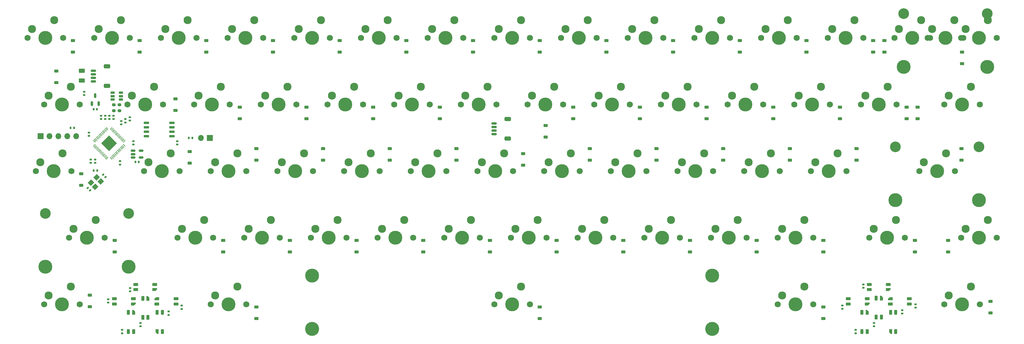
<source format=gbr>
%TF.GenerationSoftware,KiCad,Pcbnew,(7.0.0-0)*%
%TF.CreationDate,2023-06-08T00:14:41-07:00*%
%TF.ProjectId,popstar_plateless_with_flex_cuts,706f7073-7461-4725-9f70-6c6174656c65,rev?*%
%TF.SameCoordinates,Original*%
%TF.FileFunction,Soldermask,Bot*%
%TF.FilePolarity,Negative*%
%FSLAX46Y46*%
G04 Gerber Fmt 4.6, Leading zero omitted, Abs format (unit mm)*
G04 Created by KiCad (PCBNEW (7.0.0-0)) date 2023-06-08 00:14:41*
%MOMM*%
%LPD*%
G01*
G04 APERTURE LIST*
G04 Aperture macros list*
%AMRoundRect*
0 Rectangle with rounded corners*
0 $1 Rounding radius*
0 $2 $3 $4 $5 $6 $7 $8 $9 X,Y pos of 4 corners*
0 Add a 4 corners polygon primitive as box body*
4,1,4,$2,$3,$4,$5,$6,$7,$8,$9,$2,$3,0*
0 Add four circle primitives for the rounded corners*
1,1,$1+$1,$2,$3*
1,1,$1+$1,$4,$5*
1,1,$1+$1,$6,$7*
1,1,$1+$1,$8,$9*
0 Add four rect primitives between the rounded corners*
20,1,$1+$1,$2,$3,$4,$5,0*
20,1,$1+$1,$4,$5,$6,$7,0*
20,1,$1+$1,$6,$7,$8,$9,0*
20,1,$1+$1,$8,$9,$2,$3,0*%
%AMRotRect*
0 Rectangle, with rotation*
0 The origin of the aperture is its center*
0 $1 length*
0 $2 width*
0 $3 Rotation angle, in degrees counterclockwise*
0 Add horizontal line*
21,1,$1,$2,0,0,$3*%
%AMFreePoly0*
4,1,18,-0.410000,0.593000,-0.403758,0.624380,-0.385983,0.650983,-0.359380,0.668758,-0.328000,0.675000,0.328000,0.675000,0.359380,0.668758,0.385983,0.650983,0.403758,0.624380,0.410000,0.593000,0.410000,-0.593000,0.403758,-0.624380,0.385983,-0.650983,0.359380,-0.668758,0.328000,-0.675000,0.000000,-0.675000,-0.410000,-0.265000,-0.410000,0.593000,-0.410000,0.593000,$1*%
G04 Aperture macros list end*
%ADD10C,1.750000*%
%ADD11C,3.987800*%
%ADD12C,2.300000*%
%ADD13C,3.048000*%
%ADD14C,4.000000*%
%ADD15RoundRect,0.140000X0.170000X-0.140000X0.170000X0.140000X-0.170000X0.140000X-0.170000X-0.140000X0*%
%ADD16RoundRect,0.140000X0.219203X0.021213X0.021213X0.219203X-0.219203X-0.021213X-0.021213X-0.219203X0*%
%ADD17R,1.700000X1.700000*%
%ADD18O,1.700000X1.700000*%
%ADD19RoundRect,0.225000X0.375000X-0.225000X0.375000X0.225000X-0.375000X0.225000X-0.375000X-0.225000X0*%
%ADD20RoundRect,0.150000X-0.650000X-0.150000X0.650000X-0.150000X0.650000X0.150000X-0.650000X0.150000X0*%
%ADD21RoundRect,0.200000X-0.275000X0.200000X-0.275000X-0.200000X0.275000X-0.200000X0.275000X0.200000X0*%
%ADD22RoundRect,0.150000X-0.625000X0.150000X-0.625000X-0.150000X0.625000X-0.150000X0.625000X0.150000X0*%
%ADD23RoundRect,0.250000X-0.650000X0.350000X-0.650000X-0.350000X0.650000X-0.350000X0.650000X0.350000X0*%
%ADD24RoundRect,0.140000X-0.170000X0.140000X-0.170000X-0.140000X0.170000X-0.140000X0.170000X0.140000X0*%
%ADD25RoundRect,0.050000X0.309359X-0.238649X-0.238649X0.309359X-0.309359X0.238649X0.238649X-0.309359X0*%
%ADD26RoundRect,0.050000X0.309359X0.238649X0.238649X0.309359X-0.309359X-0.238649X-0.238649X-0.309359X0*%
%ADD27RoundRect,0.144000X2.059095X0.000000X0.000000X2.059095X-2.059095X0.000000X0.000000X-2.059095X0*%
%ADD28RoundRect,0.150000X0.150000X-0.512500X0.150000X0.512500X-0.150000X0.512500X-0.150000X-0.512500X0*%
%ADD29RoundRect,0.082000X0.593000X-0.328000X0.593000X0.328000X-0.593000X0.328000X-0.593000X-0.328000X0*%
%ADD30FreePoly0,90.000000*%
%ADD31RoundRect,0.250000X-0.625000X0.375000X-0.625000X-0.375000X0.625000X-0.375000X0.625000X0.375000X0*%
%ADD32RoundRect,0.135000X-0.135000X-0.185000X0.135000X-0.185000X0.135000X0.185000X-0.135000X0.185000X0*%
%ADD33RoundRect,0.082000X-0.328000X-0.593000X0.328000X-0.593000X0.328000X0.593000X-0.328000X0.593000X0*%
%ADD34FreePoly0,0.000000*%
%ADD35RoundRect,0.082000X-0.593000X0.328000X-0.593000X-0.328000X0.593000X-0.328000X0.593000X0.328000X0*%
%ADD36FreePoly0,270.000000*%
%ADD37RoundRect,0.140000X-0.140000X-0.170000X0.140000X-0.170000X0.140000X0.170000X-0.140000X0.170000X0*%
%ADD38RoundRect,0.082000X0.328000X0.593000X-0.328000X0.593000X-0.328000X-0.593000X0.328000X-0.593000X0*%
%ADD39FreePoly0,180.000000*%
%ADD40RotRect,1.400000X1.200000X45.000000*%
%ADD41RoundRect,0.140000X0.140000X0.170000X-0.140000X0.170000X-0.140000X-0.170000X0.140000X-0.170000X0*%
%ADD42RoundRect,0.140000X-0.219203X-0.021213X-0.021213X-0.219203X0.219203X0.021213X0.021213X0.219203X0*%
%ADD43RoundRect,0.135000X0.135000X0.185000X-0.135000X0.185000X-0.135000X-0.185000X0.135000X-0.185000X0*%
%ADD44RoundRect,0.150000X0.475000X0.150000X-0.475000X0.150000X-0.475000X-0.150000X0.475000X-0.150000X0*%
%ADD45RoundRect,0.150000X-0.512500X-0.150000X0.512500X-0.150000X0.512500X0.150000X-0.512500X0.150000X0*%
G04 APERTURE END LIST*
D10*
%TO.C,SW15*%
X293370000Y-41275000D03*
D11*
X298450000Y-41275000D03*
D10*
X303530000Y-41275000D03*
D12*
X294640000Y-38735000D03*
X300990000Y-36195000D03*
%TD*%
D10*
%TO.C,SW22*%
X140970000Y-60325000D03*
D11*
X146050000Y-60325000D03*
D10*
X151130000Y-60325000D03*
D12*
X142240000Y-57785000D03*
X148590000Y-55245000D03*
%TD*%
D13*
%TO.C,S1*%
X286543750Y-34290000D03*
D11*
X286543750Y-49530000D03*
D13*
X310356250Y-34290000D03*
D11*
X310356250Y-49530000D03*
%TD*%
D10*
%TO.C,SW55*%
X302895000Y-98425000D03*
D11*
X307975000Y-98425000D03*
D10*
X313055000Y-98425000D03*
D12*
X304165000Y-95885000D03*
X310515000Y-93345000D03*
%TD*%
D10*
%TO.C,SW29*%
X274320000Y-60325000D03*
D11*
X279400000Y-60325000D03*
D10*
X284480000Y-60325000D03*
D12*
X275590000Y-57785000D03*
X281940000Y-55245000D03*
%TD*%
D10*
%TO.C,SW33*%
X107632500Y-79375000D03*
D11*
X112712500Y-79375000D03*
D10*
X117792500Y-79375000D03*
D12*
X108902500Y-76835000D03*
X115252500Y-74295000D03*
%TD*%
D10*
%TO.C,SW25*%
X198120000Y-60325000D03*
D11*
X203200000Y-60325000D03*
D10*
X208280000Y-60325000D03*
D12*
X199390000Y-57785000D03*
X205740000Y-55245000D03*
%TD*%
D10*
%TO.C,SW53*%
X250507500Y-98425000D03*
D11*
X255587500Y-98425000D03*
D10*
X260667500Y-98425000D03*
D12*
X251777500Y-95885000D03*
X258127500Y-93345000D03*
%TD*%
D10*
%TO.C,SW17*%
X40957500Y-60325000D03*
D11*
X46037500Y-60325000D03*
D10*
X51117500Y-60325000D03*
D12*
X42227500Y-57785000D03*
X48577500Y-55245000D03*
%TD*%
D10*
%TO.C,SW41*%
X260032500Y-79375000D03*
D11*
X265112500Y-79375000D03*
D10*
X270192500Y-79375000D03*
D12*
X261302500Y-76835000D03*
X267652500Y-74295000D03*
%TD*%
D13*
%TO.C,S2*%
X284162500Y-72390000D03*
D11*
X284162500Y-87630000D03*
D13*
X307975000Y-72390000D03*
D11*
X307975000Y-87630000D03*
%TD*%
D10*
%TO.C,SW36*%
X164782500Y-79375000D03*
D11*
X169862500Y-79375000D03*
D10*
X174942500Y-79375000D03*
D12*
X166052500Y-76835000D03*
X172402500Y-74295000D03*
%TD*%
D10*
%TO.C,SW47*%
X136207500Y-98425000D03*
D11*
X141287500Y-98425000D03*
D10*
X146367500Y-98425000D03*
D12*
X137477500Y-95885000D03*
X143827500Y-93345000D03*
%TD*%
D10*
%TO.C,SW11*%
X207645000Y-41275000D03*
D11*
X212725000Y-41275000D03*
D10*
X217805000Y-41275000D03*
D12*
X208915000Y-38735000D03*
X215265000Y-36195000D03*
%TD*%
D10*
%TO.C,SW45*%
X98107500Y-98425000D03*
D11*
X103187500Y-98425000D03*
D10*
X108267500Y-98425000D03*
D12*
X99377500Y-95885000D03*
X105727500Y-93345000D03*
%TD*%
D10*
%TO.C,SW57*%
X88582500Y-117475000D03*
D11*
X93662500Y-117475000D03*
D10*
X98742500Y-117475000D03*
D12*
X89852500Y-114935000D03*
X96202500Y-112395000D03*
%TD*%
D10*
%TO.C,SW56*%
X40957500Y-117475000D03*
D11*
X46037500Y-117475000D03*
D10*
X51117500Y-117475000D03*
D12*
X42227500Y-114935000D03*
X48577500Y-112395000D03*
%TD*%
D10*
%TO.C,SW24*%
X179070000Y-60325000D03*
D11*
X184150000Y-60325000D03*
D10*
X189230000Y-60325000D03*
D12*
X180340000Y-57785000D03*
X186690000Y-55245000D03*
%TD*%
D10*
%TO.C,SW59*%
X250507500Y-117475000D03*
D11*
X255587500Y-117475000D03*
D10*
X260667500Y-117475000D03*
D12*
X251777500Y-114935000D03*
X258127500Y-112395000D03*
%TD*%
D10*
%TO.C,SW7*%
X131445000Y-41275000D03*
D11*
X136525000Y-41275000D03*
D10*
X141605000Y-41275000D03*
D12*
X132715000Y-38735000D03*
X139065000Y-36195000D03*
%TD*%
D10*
%TO.C,SW20*%
X102870000Y-60325000D03*
D11*
X107950000Y-60325000D03*
D10*
X113030000Y-60325000D03*
D12*
X104140000Y-57785000D03*
X110490000Y-55245000D03*
%TD*%
D10*
%TO.C,SW2*%
X36195000Y-41275000D03*
D11*
X41275000Y-41275000D03*
D10*
X46355000Y-41275000D03*
D12*
X37465000Y-38735000D03*
X43815000Y-36195000D03*
%TD*%
D10*
%TO.C,SW31*%
X69532500Y-79375000D03*
D11*
X74612500Y-79375000D03*
D10*
X79692500Y-79375000D03*
D12*
X70802500Y-76835000D03*
X77152500Y-74295000D03*
%TD*%
D10*
%TO.C,SW27*%
X236220000Y-60325000D03*
D11*
X241300000Y-60325000D03*
D10*
X246380000Y-60325000D03*
D12*
X237490000Y-57785000D03*
X243840000Y-55245000D03*
%TD*%
D10*
%TO.C,SW32*%
X88582500Y-79375000D03*
D11*
X93662500Y-79375000D03*
D10*
X98742500Y-79375000D03*
D12*
X89852500Y-76835000D03*
X96202500Y-74295000D03*
%TD*%
D10*
%TO.C,SW34*%
X126682500Y-79375000D03*
D11*
X131762500Y-79375000D03*
D10*
X136842500Y-79375000D03*
D12*
X127952500Y-76835000D03*
X134302500Y-74295000D03*
%TD*%
D10*
%TO.C,SW37*%
X183832500Y-79375000D03*
D11*
X188912500Y-79375000D03*
D10*
X193992500Y-79375000D03*
D12*
X185102500Y-76835000D03*
X191452500Y-74295000D03*
%TD*%
D10*
%TO.C,SW10*%
X188595000Y-41275000D03*
D11*
X193675000Y-41275000D03*
D10*
X198755000Y-41275000D03*
D12*
X189865000Y-38735000D03*
X196215000Y-36195000D03*
%TD*%
D10*
%TO.C,SW21*%
X121920000Y-60325000D03*
D11*
X127000000Y-60325000D03*
D10*
X132080000Y-60325000D03*
D12*
X123190000Y-57785000D03*
X129540000Y-55245000D03*
%TD*%
D10*
%TO.C,SW3*%
X55245000Y-41275000D03*
D11*
X60325000Y-41275000D03*
D10*
X65405000Y-41275000D03*
D12*
X56515000Y-38735000D03*
X62865000Y-36195000D03*
%TD*%
D10*
%TO.C,SW38*%
X202882500Y-79375000D03*
D11*
X207962500Y-79375000D03*
D10*
X213042500Y-79375000D03*
D12*
X204152500Y-76835000D03*
X210502500Y-74295000D03*
%TD*%
D10*
%TO.C,SW50*%
X193357500Y-98425000D03*
D11*
X198437500Y-98425000D03*
D10*
X203517500Y-98425000D03*
D12*
X194627500Y-95885000D03*
X200977500Y-93345000D03*
%TD*%
D10*
%TO.C,SW52*%
X231457500Y-98425000D03*
D11*
X236537500Y-98425000D03*
D10*
X241617500Y-98425000D03*
D12*
X232727500Y-95885000D03*
X239077500Y-93345000D03*
%TD*%
D10*
%TO.C,SW13*%
X245745000Y-41275000D03*
D11*
X250825000Y-41275000D03*
D10*
X255905000Y-41275000D03*
D12*
X247015000Y-38735000D03*
X253365000Y-36195000D03*
%TD*%
D10*
%TO.C,SW35*%
X145732500Y-79375000D03*
D11*
X150812500Y-79375000D03*
D10*
X155892500Y-79375000D03*
D12*
X147002500Y-76835000D03*
X153352500Y-74295000D03*
%TD*%
D10*
%TO.C,SW39*%
X221932500Y-79375000D03*
D11*
X227012500Y-79375000D03*
D10*
X232092500Y-79375000D03*
D12*
X223202500Y-76835000D03*
X229552500Y-74295000D03*
%TD*%
D10*
%TO.C,SW23*%
X160020000Y-60325000D03*
D11*
X165100000Y-60325000D03*
D10*
X170180000Y-60325000D03*
D12*
X161290000Y-57785000D03*
X167640000Y-55245000D03*
%TD*%
D10*
%TO.C,SW51*%
X212407500Y-98425000D03*
D11*
X217487500Y-98425000D03*
D10*
X222567500Y-98425000D03*
D12*
X213677500Y-95885000D03*
X220027500Y-93345000D03*
%TD*%
D10*
%TO.C,SW43*%
X48101250Y-98425000D03*
D11*
X53181250Y-98425000D03*
D10*
X58261250Y-98425000D03*
D12*
X49371250Y-95885000D03*
X55721250Y-93345000D03*
%TD*%
D10*
%TO.C,SW61*%
X302895000Y-41275000D03*
D11*
X307975000Y-41275000D03*
D10*
X313055000Y-41275000D03*
D12*
X304165000Y-38735000D03*
X310515000Y-36195000D03*
%TD*%
D10*
%TO.C,SW44*%
X79057500Y-98425000D03*
D11*
X84137500Y-98425000D03*
D10*
X89217500Y-98425000D03*
D12*
X80327500Y-95885000D03*
X86677500Y-93345000D03*
%TD*%
D10*
%TO.C,SW58*%
X169545000Y-117475000D03*
D11*
X174625000Y-117475000D03*
D10*
X179705000Y-117475000D03*
D12*
X170815000Y-114935000D03*
X177165000Y-112395000D03*
%TD*%
D14*
%TO.C,S3*%
X231775000Y-124460000D03*
D11*
X231775000Y-109220000D03*
D14*
X117475000Y-124460000D03*
D11*
X117475000Y-109220000D03*
%TD*%
D10*
%TO.C,SW18*%
X64770000Y-60325000D03*
D11*
X69850000Y-60325000D03*
D10*
X74930000Y-60325000D03*
D12*
X66040000Y-57785000D03*
X72390000Y-55245000D03*
%TD*%
D10*
%TO.C,SW5*%
X93345000Y-41275000D03*
D11*
X98425000Y-41275000D03*
D10*
X103505000Y-41275000D03*
D12*
X94615000Y-38735000D03*
X100965000Y-36195000D03*
%TD*%
D10*
%TO.C,SW6*%
X112395000Y-41275000D03*
D11*
X117475000Y-41275000D03*
D10*
X122555000Y-41275000D03*
D12*
X113665000Y-38735000D03*
X120015000Y-36195000D03*
%TD*%
D10*
%TO.C,SW28*%
X255270000Y-60325000D03*
D11*
X260350000Y-60325000D03*
D10*
X265430000Y-60325000D03*
D12*
X256540000Y-57785000D03*
X262890000Y-55245000D03*
%TD*%
D10*
%TO.C,SW48*%
X155257500Y-98425000D03*
D11*
X160337500Y-98425000D03*
D10*
X165417500Y-98425000D03*
D12*
X156527500Y-95885000D03*
X162877500Y-93345000D03*
%TD*%
D10*
%TO.C,SW60*%
X298132500Y-117475000D03*
D11*
X303212500Y-117475000D03*
D10*
X308292500Y-117475000D03*
D12*
X299402500Y-114935000D03*
X305752500Y-112395000D03*
%TD*%
D10*
%TO.C,SW49*%
X174307500Y-98425000D03*
D11*
X179387500Y-98425000D03*
D10*
X184467500Y-98425000D03*
D12*
X175577500Y-95885000D03*
X181927500Y-93345000D03*
%TD*%
D10*
%TO.C,SW30*%
X38576250Y-79375000D03*
D11*
X43656250Y-79375000D03*
D10*
X48736250Y-79375000D03*
D12*
X39846250Y-76835000D03*
X46196250Y-74295000D03*
%TD*%
D10*
%TO.C,SW26*%
X217170000Y-60325000D03*
D11*
X222250000Y-60325000D03*
D10*
X227330000Y-60325000D03*
D12*
X218440000Y-57785000D03*
X224790000Y-55245000D03*
%TD*%
D10*
%TO.C,SW62*%
X298132500Y-60325000D03*
D11*
X303212500Y-60325000D03*
D10*
X308292500Y-60325000D03*
D12*
X299402500Y-57785000D03*
X305752500Y-55245000D03*
%TD*%
D10*
%TO.C,SW16*%
X283845000Y-41275000D03*
D11*
X288925000Y-41275000D03*
D10*
X294005000Y-41275000D03*
D12*
X285115000Y-38735000D03*
X291465000Y-36195000D03*
%TD*%
D10*
%TO.C,SW14*%
X264795000Y-41275000D03*
D11*
X269875000Y-41275000D03*
D10*
X274955000Y-41275000D03*
D12*
X266065000Y-38735000D03*
X272415000Y-36195000D03*
%TD*%
D10*
%TO.C,SW46*%
X117157500Y-98425000D03*
D11*
X122237500Y-98425000D03*
D10*
X127317500Y-98425000D03*
D12*
X118427500Y-95885000D03*
X124777500Y-93345000D03*
%TD*%
D10*
%TO.C,SW40*%
X240982500Y-79375000D03*
D11*
X246062500Y-79375000D03*
D10*
X251142500Y-79375000D03*
D12*
X242252500Y-76835000D03*
X248602500Y-74295000D03*
%TD*%
D13*
%TO.C,S4*%
X41275000Y-91440000D03*
D11*
X41275000Y-106680000D03*
D13*
X65087500Y-91440000D03*
D11*
X65087500Y-106680000D03*
%TD*%
D10*
%TO.C,SW12*%
X226695000Y-41275000D03*
D11*
X231775000Y-41275000D03*
D10*
X236855000Y-41275000D03*
D12*
X227965000Y-38735000D03*
X234315000Y-36195000D03*
%TD*%
D10*
%TO.C,SW9*%
X169545000Y-41275000D03*
D11*
X174625000Y-41275000D03*
D10*
X179705000Y-41275000D03*
D12*
X170815000Y-38735000D03*
X177165000Y-36195000D03*
%TD*%
D10*
%TO.C,SW19*%
X83820000Y-60325000D03*
D11*
X88900000Y-60325000D03*
D10*
X93980000Y-60325000D03*
D12*
X85090000Y-57785000D03*
X91440000Y-55245000D03*
%TD*%
D10*
%TO.C,SW42*%
X290988750Y-79375000D03*
D11*
X296068750Y-79375000D03*
D10*
X301148750Y-79375000D03*
D12*
X292258750Y-76835000D03*
X298608750Y-74295000D03*
%TD*%
D10*
%TO.C,SW4*%
X74295000Y-41275000D03*
D11*
X79375000Y-41275000D03*
D10*
X84455000Y-41275000D03*
D12*
X75565000Y-38735000D03*
X81915000Y-36195000D03*
%TD*%
D10*
%TO.C,SW8*%
X150495000Y-41275000D03*
D11*
X155575000Y-41275000D03*
D10*
X160655000Y-41275000D03*
D12*
X151765000Y-38735000D03*
X158115000Y-36195000D03*
%TD*%
D10*
%TO.C,SW54*%
X276701250Y-98425000D03*
D11*
X281781250Y-98425000D03*
D10*
X286861250Y-98425000D03*
D12*
X277971250Y-95885000D03*
X284321250Y-93345000D03*
%TD*%
D15*
%TO.C,C4*%
X57200000Y-64480000D03*
X57200000Y-63520000D03*
%TD*%
D16*
%TO.C,C14*%
X54057411Y-84871411D03*
X53378589Y-84192589D03*
%TD*%
D17*
%TO.C,J2*%
X39919999Y-69341999D03*
D18*
X42459999Y-69341999D03*
X44999999Y-69341999D03*
X47539999Y-69341999D03*
X50079999Y-69341999D03*
%TD*%
D19*
%TO.C,D60*%
X206375000Y-102456250D03*
X206375000Y-99156250D03*
%TD*%
%TO.C,D53*%
X61118750Y-102456250D03*
X61118750Y-99156250D03*
%TD*%
D20*
%TO.C,U4*%
X70218750Y-69373750D03*
X70218750Y-68103750D03*
X70218750Y-66833750D03*
X70218750Y-65563750D03*
X77418750Y-65563750D03*
X77418750Y-66833750D03*
X77418750Y-68103750D03*
X77418750Y-69373750D03*
%TD*%
D19*
%TO.C,D28*%
X78500000Y-61975000D03*
X78500000Y-58675000D03*
%TD*%
%TO.C,D34*%
X192087500Y-64356250D03*
X192087500Y-61056250D03*
%TD*%
%TO.C,D19*%
X163512500Y-45306250D03*
X163512500Y-42006250D03*
%TD*%
%TO.C,D26*%
X280987500Y-45306250D03*
X280987500Y-42006250D03*
%TD*%
%TO.C,D18*%
X144462500Y-45306250D03*
X144462500Y-42006250D03*
%TD*%
D21*
%TO.C,R2*%
X62484000Y-60425000D03*
X62484000Y-62075000D03*
%TD*%
D22*
%TO.C,J2*%
X169500000Y-65750000D03*
X169500000Y-66750000D03*
X169500000Y-67750000D03*
X169500000Y-68750000D03*
D23*
X173375000Y-64450000D03*
X173375000Y-70050000D03*
%TD*%
D19*
%TO.C,D22*%
X220662500Y-45306250D03*
X220662500Y-42006250D03*
%TD*%
D24*
%TO.C,C23*%
X80250000Y-117820000D03*
X80250000Y-118780000D03*
%TD*%
D19*
%TO.C,D72*%
X290512500Y-64356250D03*
X290512500Y-61056250D03*
%TD*%
%TO.C,D51*%
X273050000Y-76262500D03*
X273050000Y-72962500D03*
%TD*%
%TO.C,D31*%
X134937500Y-64356250D03*
X134937500Y-61056250D03*
%TD*%
%TO.C,D27*%
X44450000Y-54037500D03*
X44450000Y-50737500D03*
%TD*%
%TO.C,D54*%
X92075000Y-102456250D03*
X92075000Y-99156250D03*
%TD*%
D24*
%TO.C,C5*%
X66421000Y-70767000D03*
X66421000Y-71727000D03*
%TD*%
D19*
%TO.C,D67*%
X101600000Y-121506250D03*
X101600000Y-118206250D03*
%TD*%
%TO.C,D40*%
X51593750Y-83406250D03*
X51593750Y-80106250D03*
%TD*%
%TO.C,D46*%
X177800000Y-77650000D03*
X177800000Y-74350000D03*
%TD*%
%TO.C,D42*%
X101600000Y-76262500D03*
X101600000Y-72962500D03*
%TD*%
%TO.C,D17*%
X125412500Y-45306250D03*
X125412500Y-42006250D03*
%TD*%
%TO.C,D41*%
X82550000Y-77056250D03*
X82550000Y-73756250D03*
%TD*%
%TO.C,D69*%
X263525000Y-121506250D03*
X263525000Y-118206250D03*
%TD*%
D25*
%TO.C,U6*%
X63800407Y-72029702D03*
X63517564Y-72312545D03*
X63234722Y-72595387D03*
X62951879Y-72878230D03*
X62669036Y-73161073D03*
X62386194Y-73443915D03*
X62103351Y-73726758D03*
X61820508Y-74009601D03*
X61537665Y-74292444D03*
X61254823Y-74575286D03*
X60971980Y-74858129D03*
X60689137Y-75140972D03*
X60406295Y-75423814D03*
X60123452Y-75706657D03*
D26*
X58939048Y-75706657D03*
X58656205Y-75423814D03*
X58373363Y-75140972D03*
X58090520Y-74858129D03*
X57807677Y-74575286D03*
X57524835Y-74292444D03*
X57241992Y-74009601D03*
X56959149Y-73726758D03*
X56676306Y-73443915D03*
X56393464Y-73161073D03*
X56110621Y-72878230D03*
X55827778Y-72595387D03*
X55544936Y-72312545D03*
X55262093Y-72029702D03*
D25*
X55262093Y-70845298D03*
X55544936Y-70562455D03*
X55827778Y-70279613D03*
X56110621Y-69996770D03*
X56393464Y-69713927D03*
X56676306Y-69431085D03*
X56959149Y-69148242D03*
X57241992Y-68865399D03*
X57524835Y-68582556D03*
X57807677Y-68299714D03*
X58090520Y-68016871D03*
X58373363Y-67734028D03*
X58656205Y-67451186D03*
X58939048Y-67168343D03*
D26*
X60123452Y-67168343D03*
X60406295Y-67451186D03*
X60689137Y-67734028D03*
X60971980Y-68016871D03*
X61254823Y-68299714D03*
X61537665Y-68582556D03*
X61820508Y-68865399D03*
X62103351Y-69148242D03*
X62386194Y-69431085D03*
X62669036Y-69713927D03*
X62951879Y-69996770D03*
X63234722Y-70279613D03*
X63517564Y-70562455D03*
X63800407Y-70845298D03*
D27*
X59531250Y-71437500D03*
%TD*%
D19*
%TO.C,D37*%
X249237500Y-64356250D03*
X249237500Y-61056250D03*
%TD*%
%TO.C,D15*%
X87312500Y-45306250D03*
X87312500Y-42006250D03*
%TD*%
D15*
%TO.C,C10*%
X59600000Y-64480000D03*
X59600000Y-63520000D03*
%TD*%
D19*
%TO.C,D35*%
X211137500Y-64356250D03*
X211137500Y-61056250D03*
%TD*%
D28*
%TO.C,U2*%
X56512500Y-60065500D03*
X54612500Y-60065500D03*
X55562500Y-57790500D03*
%TD*%
D19*
%TO.C,D44*%
X139700000Y-76262500D03*
X139700000Y-72962500D03*
%TD*%
D24*
%TO.C,C25*%
X269000000Y-117770000D03*
X269000000Y-118730000D03*
%TD*%
D15*
%TO.C,C11*%
X62992000Y-66012000D03*
X62992000Y-65052000D03*
%TD*%
D19*
%TO.C,D56*%
X130175000Y-102456250D03*
X130175000Y-99156250D03*
%TD*%
D29*
%TO.C,D12*%
X276675000Y-111750000D03*
X276675000Y-113250000D03*
X282125000Y-111750000D03*
D30*
X282124999Y-113249999D03*
%TD*%
D29*
%TO.C,D1*%
X67125000Y-111750000D03*
X67125000Y-113250000D03*
X72575000Y-111750000D03*
D30*
X72574999Y-113249999D03*
%TD*%
D19*
%TO.C,D30*%
X115887500Y-64356250D03*
X115887500Y-61056250D03*
%TD*%
%TO.C,D49*%
X234950000Y-76262500D03*
X234950000Y-72962500D03*
%TD*%
D29*
%TO.C,D2*%
X61025000Y-115850000D03*
X61025000Y-117350000D03*
X66475000Y-115850000D03*
D30*
X66474999Y-117349999D03*
%TD*%
D19*
%TO.C,D43*%
X120650000Y-76262500D03*
X120650000Y-72962500D03*
%TD*%
%TO.C,D58*%
X168275000Y-102456250D03*
X168275000Y-99156250D03*
%TD*%
D24*
%TO.C,C24*%
X68500000Y-122770000D03*
X68500000Y-123730000D03*
%TD*%
D15*
%TO.C,C6*%
X58400000Y-64480000D03*
X58400000Y-63520000D03*
%TD*%
D31*
%TO.C,F1*%
X51689000Y-50670000D03*
X51689000Y-53470000D03*
%TD*%
D19*
%TO.C,D63*%
X263525000Y-102456250D03*
X263525000Y-99156250D03*
%TD*%
%TO.C,D16*%
X106362500Y-45306250D03*
X106362500Y-42006250D03*
%TD*%
%TO.C,D29*%
X96837500Y-64356250D03*
X96837500Y-61056250D03*
%TD*%
D15*
%TO.C,C2*%
X60770000Y-64480000D03*
X60770000Y-63520000D03*
%TD*%
D24*
%TO.C,C19*%
X65500000Y-112770000D03*
X65500000Y-113730000D03*
%TD*%
D32*
%TO.C,R4*%
X55113000Y-79198000D03*
X56133000Y-79198000D03*
%TD*%
D19*
%TO.C,D38*%
X268287500Y-64356250D03*
X268287500Y-61056250D03*
%TD*%
D24*
%TO.C,C20*%
X59250000Y-116020000D03*
X59250000Y-116980000D03*
%TD*%
D22*
%TO.C,J1*%
X55023000Y-50697000D03*
X55023000Y-51697000D03*
X55023000Y-52697000D03*
X55023000Y-53697000D03*
D23*
X58898000Y-49397000D03*
X58898000Y-54997000D03*
%TD*%
D19*
%TO.C,D55*%
X111125000Y-102456250D03*
X111125000Y-99156250D03*
%TD*%
%TO.C,D68*%
X182562500Y-121506250D03*
X182562500Y-118206250D03*
%TD*%
%TO.C,D62*%
X244475000Y-102456250D03*
X244475000Y-99156250D03*
%TD*%
D24*
%TO.C,C27*%
X286100000Y-119120000D03*
X286100000Y-120080000D03*
%TD*%
%TO.C,C3*%
X54229000Y-76033750D03*
X54229000Y-76993750D03*
%TD*%
D19*
%TO.C,D47*%
X196850000Y-76262500D03*
X196850000Y-72962500D03*
%TD*%
%TO.C,D21*%
X201612500Y-45306250D03*
X201612500Y-42006250D03*
%TD*%
D24*
%TO.C,C12*%
X62611000Y-76520000D03*
X62611000Y-77480000D03*
%TD*%
D15*
%TO.C,C1*%
X65405000Y-64869000D03*
X65405000Y-63909000D03*
%TD*%
D33*
%TO.C,D4*%
X74750000Y-119775000D03*
X73250000Y-119775000D03*
X74750000Y-125225000D03*
D34*
X73249999Y-125224999D03*
%TD*%
D35*
%TO.C,D5*%
X78625000Y-117350000D03*
X78625000Y-115850000D03*
X73175000Y-117350000D03*
D36*
X73174999Y-115849999D03*
%TD*%
D37*
%TO.C,C16*%
X55082500Y-61690250D03*
X56042500Y-61690250D03*
%TD*%
D38*
%TO.C,D8*%
X274550000Y-125225000D03*
X276050000Y-125225000D03*
X274550000Y-119775000D03*
D39*
X276049999Y-119774999D03*
%TD*%
D19*
%TO.C,D39*%
X287337500Y-64356250D03*
X287337500Y-61056250D03*
%TD*%
%TO.C,D45*%
X158750000Y-76262500D03*
X158750000Y-72962500D03*
%TD*%
%TO.C,D70*%
X311300000Y-119950000D03*
X311300000Y-116650000D03*
%TD*%
D24*
%TO.C,C26*%
X272750000Y-124770000D03*
X272750000Y-125730000D03*
%TD*%
D29*
%TO.C,D7*%
X270675000Y-115850000D03*
X270675000Y-117350000D03*
X276125000Y-115850000D03*
D30*
X276124999Y-117349999D03*
%TD*%
D15*
%TO.C,C8*%
X53721000Y-69314000D03*
X53721000Y-68354000D03*
%TD*%
D19*
%TO.C,D61*%
X225425000Y-102456250D03*
X225425000Y-99156250D03*
%TD*%
%TO.C,D32*%
X153987500Y-64356250D03*
X153987500Y-61056250D03*
%TD*%
D24*
%TO.C,C15*%
X52387500Y-56670000D03*
X52387500Y-57630000D03*
%TD*%
D19*
%TO.C,D13*%
X49212500Y-45306250D03*
X49212500Y-42006250D03*
%TD*%
%TO.C,D64*%
X289718750Y-102456250D03*
X289718750Y-99156250D03*
%TD*%
D40*
%TO.C,Y1*%
X54371141Y-82676776D03*
X55926776Y-81121141D03*
X57128857Y-82323222D03*
X55573222Y-83878857D03*
%TD*%
D41*
%TO.C,C18*%
X67980000Y-76750000D03*
X67020000Y-76750000D03*
%TD*%
D42*
%TO.C,C13*%
X57823589Y-80382589D03*
X58502411Y-81061411D03*
%TD*%
D38*
%TO.C,D11*%
X278650000Y-121125000D03*
X280150000Y-121125000D03*
X278650000Y-115675000D03*
D39*
X280149999Y-115674999D03*
%TD*%
D24*
%TO.C,C21*%
X63250000Y-124770000D03*
X63250000Y-125730000D03*
%TD*%
D19*
%TO.C,D57*%
X149225000Y-102456250D03*
X149225000Y-99156250D03*
%TD*%
%TO.C,D36*%
X230187500Y-64356250D03*
X230187500Y-61056250D03*
%TD*%
D17*
%TO.C,SW1*%
X88336249Y-69874999D03*
D18*
X85796249Y-69874999D03*
%TD*%
D19*
%TO.C,D33*%
X184250000Y-69650000D03*
X184250000Y-66350000D03*
%TD*%
%TO.C,D14*%
X68262500Y-45306250D03*
X68262500Y-42006250D03*
%TD*%
%TO.C,D50*%
X254000000Y-76262500D03*
X254000000Y-72962500D03*
%TD*%
D24*
%TO.C,C22*%
X76500000Y-119520000D03*
X76500000Y-120480000D03*
%TD*%
D19*
%TO.C,D59*%
X187325000Y-102456250D03*
X187325000Y-99156250D03*
%TD*%
D38*
%TO.C,D3*%
X65000000Y-125225000D03*
X66500000Y-125225000D03*
X65000000Y-119775000D03*
D39*
X66499999Y-119774999D03*
%TD*%
D19*
%TO.C,D65*%
X299243750Y-102456250D03*
X299243750Y-99156250D03*
%TD*%
D35*
%TO.C,D10*%
X288125000Y-117350000D03*
X288125000Y-115850000D03*
X282675000Y-117350000D03*
D36*
X282674999Y-115849999D03*
%TD*%
D24*
%TO.C,C9*%
X55499000Y-76033750D03*
X55499000Y-76993750D03*
%TD*%
D19*
%TO.C,D52*%
X303000000Y-76262500D03*
X303000000Y-72962500D03*
%TD*%
%TO.C,D24*%
X258762500Y-45306250D03*
X258762500Y-42006250D03*
%TD*%
%TO.C,D71*%
X303212500Y-48650000D03*
X303212500Y-45350000D03*
%TD*%
D43*
%TO.C,R1*%
X49510000Y-66960750D03*
X48490000Y-66960750D03*
%TD*%
D19*
%TO.C,D25*%
X277812500Y-45306250D03*
X277812500Y-42006250D03*
%TD*%
D43*
%TO.C,R5*%
X83343750Y-69850000D03*
X82323750Y-69850000D03*
%TD*%
D24*
%TO.C,C30*%
X275000000Y-111770000D03*
X275000000Y-112730000D03*
%TD*%
D44*
%TO.C,U3*%
X62897000Y-56962000D03*
X62897000Y-57912000D03*
X62897000Y-58862000D03*
X60547000Y-58862000D03*
X60547000Y-57912000D03*
X60547000Y-56962000D03*
%TD*%
D24*
%TO.C,C17*%
X79000000Y-70770000D03*
X79000000Y-71730000D03*
%TD*%
D21*
%TO.C,R3*%
X60860000Y-60425000D03*
X60860000Y-62075000D03*
%TD*%
D19*
%TO.C,D66*%
X53975000Y-118150000D03*
X53975000Y-114850000D03*
%TD*%
%TO.C,D23*%
X239712500Y-45306250D03*
X239712500Y-42006250D03*
%TD*%
%TO.C,D20*%
X182562500Y-45306250D03*
X182562500Y-42006250D03*
%TD*%
D15*
%TO.C,C7*%
X64135000Y-65440500D03*
X64135000Y-64480500D03*
%TD*%
D24*
%TO.C,C28*%
X289900000Y-117420000D03*
X289900000Y-118380000D03*
%TD*%
%TO.C,C29*%
X278000000Y-122770000D03*
X278000000Y-123730000D03*
%TD*%
D38*
%TO.C,D6*%
X69125000Y-121225000D03*
X70625000Y-121225000D03*
X69125000Y-115775000D03*
D39*
X70624999Y-115774999D03*
%TD*%
D19*
%TO.C,D48*%
X215900000Y-76262500D03*
X215900000Y-72962500D03*
%TD*%
D45*
%TO.C,U5*%
X66362500Y-75450000D03*
X66362500Y-74500000D03*
X66362500Y-73550000D03*
X68637500Y-73550000D03*
X68637500Y-75450000D03*
%TD*%
D33*
%TO.C,D9*%
X284250000Y-119775000D03*
X282750000Y-119775000D03*
X284250000Y-125225000D03*
D34*
X282749999Y-125224999D03*
%TD*%
M02*

</source>
